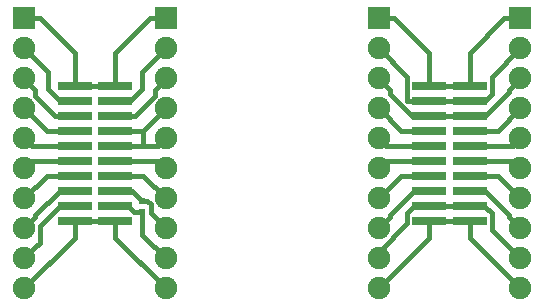
<source format=gtl>
G04 #@! TF.FileFunction,Copper,L1,Top,Signal*
%FSLAX46Y46*%
G04 Gerber Fmt 4.6, Leading zero omitted, Abs format (unit mm)*
G04 Created by KiCad (PCBNEW 0.201601071449+6428~40~ubuntu14.04.1-stable) date Tue 26 Apr 2016 00:32:58 BST*
%MOMM*%
G01*
G04 APERTURE LIST*
%ADD10C,0.100000*%
%ADD11R,2.920000X0.740000*%
%ADD12R,0.620000X0.620000*%
%ADD13R,1.900000X1.900000*%
%ADD14C,1.900000*%
%ADD15C,0.400000*%
G04 APERTURE END LIST*
D10*
D11*
X83285000Y-94285000D03*
X86715000Y-94285000D03*
X83285000Y-95555000D03*
X86715000Y-95555000D03*
X83285000Y-96825000D03*
X86715000Y-96825000D03*
X83285000Y-98095000D03*
X86715000Y-98095000D03*
X83285000Y-99365000D03*
X86715000Y-99365000D03*
X83285000Y-100635000D03*
X86715000Y-100635000D03*
X83285000Y-101905000D03*
X86715000Y-101905000D03*
X83285000Y-103175000D03*
X86715000Y-103175000D03*
X83285000Y-104445000D03*
X86715000Y-104445000D03*
X83285000Y-105715000D03*
X86715000Y-105715000D03*
X113285000Y-94285000D03*
X116715000Y-94285000D03*
X113285000Y-95555000D03*
X116715000Y-95555000D03*
X113285000Y-96825000D03*
X116715000Y-96825000D03*
X113285000Y-98095000D03*
X116715000Y-98095000D03*
X113285000Y-99365000D03*
X116715000Y-99365000D03*
X113285000Y-100635000D03*
X116715000Y-100635000D03*
X113285000Y-101905000D03*
X116715000Y-101905000D03*
X113285000Y-103175000D03*
X116715000Y-103175000D03*
X113285000Y-104445000D03*
X116715000Y-104445000D03*
X113285000Y-105715000D03*
X116715000Y-105715000D03*
D12*
X89000000Y-104950000D03*
X89000000Y-104050000D03*
D13*
X79000000Y-88570000D03*
D14*
X79000000Y-91110000D03*
X79000000Y-93650000D03*
X79000000Y-96190000D03*
X79000000Y-98730000D03*
X79000000Y-101270000D03*
X79000000Y-103810000D03*
X79000000Y-106350000D03*
X79000000Y-108890000D03*
X79000000Y-111430000D03*
D13*
X91000000Y-88570000D03*
D14*
X91000000Y-91110000D03*
X91000000Y-93650000D03*
X91000000Y-96190000D03*
X91000000Y-98730000D03*
X91000000Y-101270000D03*
X91000000Y-103810000D03*
X91000000Y-106350000D03*
X91000000Y-108890000D03*
X91000000Y-111430000D03*
D13*
X109000000Y-88570000D03*
D14*
X109000000Y-91110000D03*
X109000000Y-93650000D03*
X109000000Y-96190000D03*
X109000000Y-98730000D03*
X109000000Y-101270000D03*
X109000000Y-103810000D03*
X109000000Y-106350000D03*
X109000000Y-108890000D03*
X109000000Y-111430000D03*
D13*
X121000000Y-88570000D03*
D14*
X121000000Y-91110000D03*
X121000000Y-93650000D03*
X121000000Y-96190000D03*
X121000000Y-98730000D03*
X121000000Y-101270000D03*
X121000000Y-103810000D03*
X121000000Y-106350000D03*
X121000000Y-108890000D03*
X121000000Y-111430000D03*
D15*
X116715000Y-105715000D02*
X116715000Y-107145000D01*
X116715000Y-107145000D02*
X121000000Y-111430000D01*
X113285000Y-107145000D02*
X109000000Y-111430000D01*
X113285000Y-105715000D02*
X113285000Y-107145000D01*
X113285000Y-94285000D02*
X113285000Y-91505000D01*
X113285000Y-91505000D02*
X110350000Y-88570000D01*
X110350000Y-88570000D02*
X109000000Y-88570000D01*
X116715000Y-94285000D02*
X116715000Y-91505000D01*
X116715000Y-91505000D02*
X119650000Y-88570000D01*
X119650000Y-88570000D02*
X121000000Y-88570000D01*
X113285000Y-94285000D02*
X116715000Y-94285000D01*
X113285000Y-105715000D02*
X116715000Y-105715000D01*
X83285000Y-94285000D02*
X86715000Y-94285000D01*
X83285000Y-105715000D02*
X86715000Y-105715000D01*
X79000000Y-111430000D02*
X83285000Y-107145000D01*
X83285000Y-107145000D02*
X83285000Y-105715000D01*
X91000000Y-111430000D02*
X86715000Y-107145000D01*
X86715000Y-107145000D02*
X86715000Y-105715000D01*
X91000000Y-88570000D02*
X89650000Y-88570000D01*
X89650000Y-88570000D02*
X86715000Y-91505000D01*
X86715000Y-91505000D02*
X86715000Y-93515000D01*
X86715000Y-93515000D02*
X86715000Y-94285000D01*
X79000000Y-88570000D02*
X80350000Y-88570000D01*
X80350000Y-88570000D02*
X83285000Y-91505000D01*
X83285000Y-91505000D02*
X83285000Y-93515000D01*
X83285000Y-93515000D02*
X83285000Y-94285000D01*
X81000000Y-94550002D02*
X81000000Y-93110000D01*
X81000000Y-93110000D02*
X79000000Y-91110000D01*
X83285000Y-95555000D02*
X82004998Y-95555000D01*
X82004998Y-95555000D02*
X81000000Y-94550002D01*
X89000000Y-94550002D02*
X89000000Y-93110000D01*
X89000000Y-93110000D02*
X91000000Y-91110000D01*
X86715000Y-95555000D02*
X87995002Y-95555000D01*
X87995002Y-95555000D02*
X89000000Y-94550002D01*
X83285000Y-96825000D02*
X81633002Y-96825000D01*
X81633002Y-96825000D02*
X79949999Y-95141997D01*
X79949999Y-95141997D02*
X79949999Y-94599999D01*
X79949999Y-94599999D02*
X79000000Y-93650000D01*
X86715000Y-96825000D02*
X88366998Y-96825000D01*
X88366998Y-96825000D02*
X90050001Y-95141997D01*
X90050001Y-95141997D02*
X90050001Y-94599999D01*
X90050001Y-94599999D02*
X91000000Y-93650000D01*
X83285000Y-98095000D02*
X80905000Y-98095000D01*
X80905000Y-98095000D02*
X79000000Y-96190000D01*
X86715000Y-99365000D02*
X89000000Y-99365000D01*
X89000000Y-99365000D02*
X90365000Y-99365000D01*
X89095000Y-98095000D02*
X89095000Y-99270000D01*
X89095000Y-99270000D02*
X89000000Y-99365000D01*
X90365000Y-99365000D02*
X91000000Y-98730000D01*
X86715000Y-98095000D02*
X89095000Y-98095000D01*
X89095000Y-98095000D02*
X91000000Y-96190000D01*
X83285000Y-99365000D02*
X79635000Y-99365000D01*
X79635000Y-99365000D02*
X79000000Y-98730000D01*
X83285000Y-100635000D02*
X79635000Y-100635000D01*
X79635000Y-100635000D02*
X79000000Y-101270000D01*
X86715000Y-100635000D02*
X90365000Y-100635000D01*
X90365000Y-100635000D02*
X91000000Y-101270000D01*
X83285000Y-101905000D02*
X80905000Y-101905000D01*
X80905000Y-101905000D02*
X79000000Y-103810000D01*
X86715000Y-101905000D02*
X89095000Y-101905000D01*
X89095000Y-101905000D02*
X91000000Y-103810000D01*
X83285000Y-103175000D02*
X82004998Y-103175000D01*
X82004998Y-103175000D02*
X79949999Y-105229999D01*
X79949999Y-105229999D02*
X79949999Y-105400001D01*
X79949999Y-105400001D02*
X79000000Y-106350000D01*
X89000000Y-104050000D02*
X88125000Y-103175000D01*
X88125000Y-103175000D02*
X86715000Y-103175000D01*
X89000000Y-104050000D02*
X89440002Y-104050000D01*
X89440002Y-104050000D02*
X89710001Y-104319999D01*
X89710001Y-104319999D02*
X89710001Y-105060001D01*
X89710001Y-105060001D02*
X90050001Y-105400001D01*
X90050001Y-105400001D02*
X91000000Y-106350000D01*
X83285000Y-104445000D02*
X82004998Y-104445000D01*
X82004998Y-104445000D02*
X80350001Y-106099997D01*
X80350001Y-106099997D02*
X80350001Y-107539999D01*
X80350001Y-107539999D02*
X79949999Y-107940001D01*
X79949999Y-107940001D02*
X79000000Y-108890000D01*
X89000000Y-104950000D02*
X89000000Y-106890000D01*
X89000000Y-106890000D02*
X91000000Y-108890000D01*
X86715000Y-104445000D02*
X87785000Y-104445000D01*
X87785000Y-104445000D02*
X88290000Y-104950000D01*
X88290000Y-104950000D02*
X89000000Y-104950000D01*
X121000000Y-91110000D02*
X118575001Y-93534999D01*
X118575001Y-93534999D02*
X118575001Y-94975001D01*
X118575001Y-94975001D02*
X117995002Y-95555000D01*
X117995002Y-95555000D02*
X116715000Y-95555000D01*
X113285000Y-95555000D02*
X111424999Y-95554999D01*
X111424999Y-95554999D02*
X111424999Y-93534999D01*
X111424999Y-93534999D02*
X109000000Y-91110000D01*
X116715000Y-95555000D02*
X113285000Y-95555000D01*
X116715000Y-96825000D02*
X117995002Y-96825000D01*
X117995002Y-96825000D02*
X120050001Y-94770001D01*
X120050001Y-94599999D02*
X121000000Y-93650000D01*
X120050001Y-94770001D02*
X120050001Y-94599999D01*
X113285000Y-96825000D02*
X111846458Y-96825000D01*
X111846458Y-96825000D02*
X109949999Y-94928541D01*
X109949999Y-94928541D02*
X109949999Y-94599999D01*
X109949999Y-94599999D02*
X109000000Y-93650000D01*
X113285000Y-96825000D02*
X116715000Y-96825000D01*
X113285000Y-98095000D02*
X110905000Y-98095000D01*
X110905000Y-98095000D02*
X109000000Y-96190000D01*
X116715000Y-98095000D02*
X119095000Y-98095000D01*
X119095000Y-98095000D02*
X121000000Y-96190000D01*
X113285000Y-99365000D02*
X109635000Y-99365000D01*
X109635000Y-99365000D02*
X109000000Y-98730000D01*
X116715000Y-99365000D02*
X120365000Y-99365000D01*
X120365000Y-99365000D02*
X121000000Y-98730000D01*
X113285000Y-100635000D02*
X109635000Y-100635000D01*
X109635000Y-100635000D02*
X109000000Y-101270000D01*
X116715000Y-100635000D02*
X120365000Y-100635000D01*
X120365000Y-100635000D02*
X121000000Y-101270000D01*
X113285000Y-101905000D02*
X110905000Y-101905000D01*
X110905000Y-101905000D02*
X109000000Y-103810000D01*
X116715000Y-101905000D02*
X119095000Y-101905000D01*
X119095000Y-101905000D02*
X121000000Y-103810000D01*
X113285000Y-103175000D02*
X112004998Y-103175000D01*
X112004998Y-103175000D02*
X109949999Y-105229999D01*
X109949999Y-105229999D02*
X109949999Y-105400001D01*
X109949999Y-105400001D02*
X109000000Y-106350000D01*
X116715000Y-103175000D02*
X117995002Y-103175000D01*
X117995002Y-103175000D02*
X120050001Y-105229999D01*
X120050001Y-105229999D02*
X120050001Y-105400001D01*
X120050001Y-105400001D02*
X121000000Y-106350000D01*
X121000000Y-108890000D02*
X118575001Y-106465001D01*
X118575001Y-106465001D02*
X118575001Y-105024999D01*
X118575001Y-105024999D02*
X118050002Y-104500000D01*
X118050002Y-104500000D02*
X116770000Y-104500000D01*
X116770000Y-104500000D02*
X116715000Y-104445000D01*
X109000000Y-108890000D02*
X109000000Y-108348002D01*
X109000000Y-108348002D02*
X111424999Y-105923003D01*
X111424999Y-105923003D02*
X111424999Y-105024999D01*
X111424999Y-105024999D02*
X112004998Y-104445000D01*
X112004998Y-104445000D02*
X113285000Y-104445000D01*
X113285000Y-104445000D02*
X116715000Y-104445000D01*
M02*

</source>
